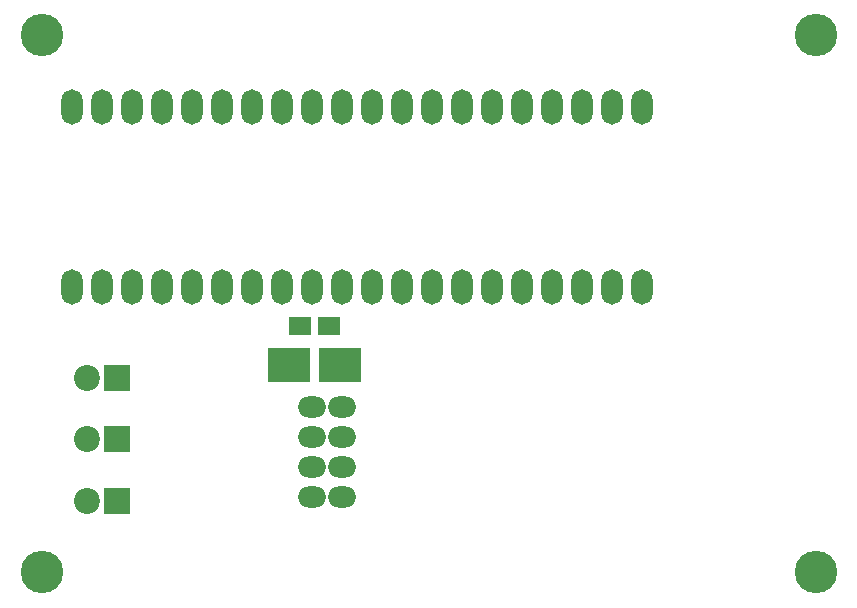
<source format=gbs>
G04 #@! TF.GenerationSoftware,KiCad,Pcbnew,no-vcs-found-5f4599f~59~ubuntu16.04.1*
G04 #@! TF.CreationDate,2017-07-19T11:29:47+03:00*
G04 #@! TF.ProjectId,serial_gw_maple_mini,73657269616C5F67775F6D61706C655F,rev?*
G04 #@! TF.SameCoordinates,Original
G04 #@! TF.FileFunction,Soldermask,Bot*
G04 #@! TF.FilePolarity,Negative*
%FSLAX46Y46*%
G04 Gerber Fmt 4.6, Leading zero omitted, Abs format (unit mm)*
G04 Created by KiCad (PCBNEW no-vcs-found-5f4599f~59~ubuntu16.04.1) date Wed Jul 19 11:29:47 2017*
%MOMM*%
%LPD*%
G01*
G04 APERTURE LIST*
%ADD10O,2.400000X1.800000*%
%ADD11O,1.800000X3.000000*%
%ADD12C,3.600000*%
%ADD13R,3.600000X2.900000*%
%ADD14R,1.900000X1.650000*%
%ADD15C,2.200000*%
%ADD16R,2.200000X2.200000*%
G04 APERTURE END LIST*
D10*
X165100000Y-81280000D03*
X167640000Y-81280000D03*
X165100000Y-78740000D03*
X167640000Y-78740000D03*
X165100000Y-76200000D03*
X167640000Y-76200000D03*
X165100000Y-73660000D03*
X167640000Y-73660000D03*
D11*
X144780000Y-48260000D03*
X147320000Y-48260000D03*
X149860000Y-48260000D03*
X152400000Y-48260000D03*
X154940000Y-48260000D03*
X157480000Y-48260000D03*
X160020000Y-48260000D03*
X162560000Y-48260000D03*
X165100000Y-48260000D03*
X167640000Y-48260000D03*
X170180000Y-48260000D03*
X172720000Y-48260000D03*
X175260000Y-48260000D03*
X177800000Y-48260000D03*
X180340000Y-48260000D03*
X182880000Y-48260000D03*
X185420000Y-48260000D03*
X187960000Y-48260000D03*
X190500000Y-48260000D03*
X193040000Y-48260000D03*
X193040000Y-63500000D03*
X190500000Y-63500000D03*
X187960000Y-63500000D03*
X185420000Y-63500000D03*
X182880000Y-63500000D03*
X180340000Y-63500000D03*
X177800000Y-63500000D03*
X175260000Y-63500000D03*
X172720000Y-63500000D03*
X170180000Y-63500000D03*
X167640000Y-63500000D03*
X165100000Y-63500000D03*
X162560000Y-63500000D03*
X160020000Y-63500000D03*
X157480000Y-63500000D03*
X154940000Y-63500000D03*
X152400000Y-63500000D03*
X149860000Y-63500000D03*
X147320000Y-63500000D03*
X144780000Y-63500000D03*
D12*
X142240000Y-87630000D03*
X207772000Y-87630000D03*
X207772000Y-42164000D03*
X142240000Y-42164000D03*
D13*
X163204000Y-70104000D03*
X167504000Y-70104000D03*
D14*
X164104000Y-66802000D03*
X166604000Y-66802000D03*
D15*
X146050000Y-81584800D03*
D16*
X148590000Y-81584800D03*
X148590000Y-76377800D03*
D15*
X146050000Y-76377800D03*
X146050000Y-71170800D03*
D16*
X148590000Y-71170800D03*
M02*

</source>
